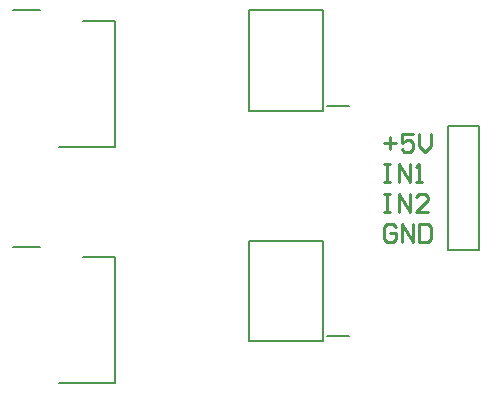
<source format=gbr>
G04*
G04 #@! TF.GenerationSoftware,Altium Limited,Altium Designer,22.4.2 (48)*
G04*
G04 Layer_Color=65535*
%FSLAX44Y44*%
%MOMM*%
G71*
G04*
G04 #@! TF.SameCoordinates,E380B31E-87FB-4700-A3A7-B4C86E81BE80*
G04*
G04*
G04 #@! TF.FilePolarity,Positive*
G04*
G01*
G75*
%ADD10C,0.2000*%
%ADD11C,0.2540*%
D10*
X188500Y162500D02*
X211500D01*
X188500Y362500D02*
X211500D01*
X227200Y246650D02*
X275000D01*
Y353350D01*
X247850D02*
X275000D01*
X227200Y46650D02*
X275000D01*
Y153350D01*
X247850D02*
X275000D01*
X454750Y281850D02*
X473250D01*
X451250Y277450D02*
Y362550D01*
X388750D02*
X451250D01*
X388750Y277450D02*
Y362550D01*
Y277450D02*
X451250D01*
X556550Y160000D02*
X583450D01*
Y264600D01*
X556550D02*
X583450D01*
X556550Y160000D02*
Y264600D01*
X454750Y86850D02*
X473250D01*
X451250Y82450D02*
Y167550D01*
X388750D02*
X451250D01*
X388750Y82450D02*
Y167550D01*
Y82450D02*
X451250D01*
D11*
X512537Y178836D02*
X510038Y181335D01*
X505039D01*
X502540Y178836D01*
Y168839D01*
X505039Y166340D01*
X510038D01*
X512537Y168839D01*
Y173838D01*
X507538D01*
X517535Y166340D02*
Y181335D01*
X527532Y166340D01*
Y181335D01*
X532530D02*
Y166340D01*
X540028D01*
X542527Y168839D01*
Y178836D01*
X540028Y181335D01*
X532530D01*
X502540Y206735D02*
X507538D01*
X505039D01*
Y191740D01*
X502540D01*
X507538D01*
X515036D02*
Y206735D01*
X525033Y191740D01*
Y206735D01*
X540028Y191740D02*
X530031D01*
X540028Y201737D01*
Y204236D01*
X537529Y206735D01*
X532530D01*
X530031Y204236D01*
X502540Y232135D02*
X507538D01*
X505039D01*
Y217140D01*
X502540D01*
X507538D01*
X515036D02*
Y232135D01*
X525033Y217140D01*
Y232135D01*
X530031Y217140D02*
X535029D01*
X532530D01*
Y232135D01*
X530031Y229636D01*
X502540Y250037D02*
X512537D01*
X507538Y255036D02*
Y245039D01*
X527532Y257535D02*
X517535D01*
Y250037D01*
X522533Y252537D01*
X525033D01*
X527532Y250037D01*
Y245039D01*
X525033Y242540D01*
X520034D01*
X517535Y245039D01*
X532530Y257535D02*
Y247538D01*
X537529Y242540D01*
X542527Y247538D01*
Y257535D01*
M02*

</source>
